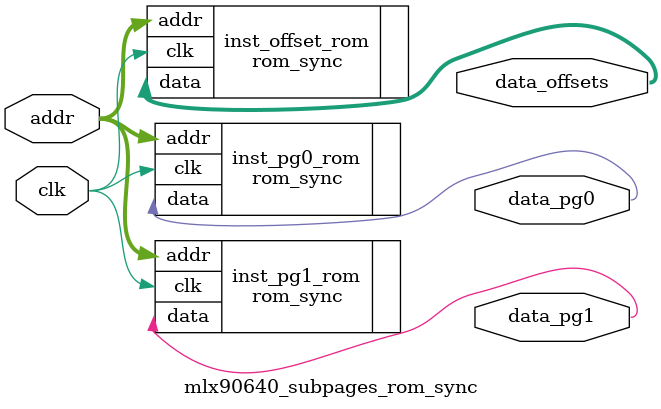
<source format=sv>

`default_nettype none
`timescale 1ns / 1ps

module mlx90640_subpages_rom_sync #(
    parameter WIDTH=1,
    parameter DEPTH=32*24+64,
    `ifndef SIMULATION
    parameter INIT_F_pg0="mlx_subpage0_chess_pattern.mem",
    parameter INIT_F_pg1="mlx_subpage1_chess_pattern.mem",
    parameter INIT_F_offset="mlx90640_pixel_offsets.hex",
    `else
    parameter INIT_F_pg0="../memory/mlx_subpage0_chess_pattern.mem",
    parameter INIT_F_pg1="../memory/mlx_subpage1_chess_pattern.mem",
    parameter INIT_F_offset="../memory/mlx90640_pixel_offsets.hex",
    `endif
    localparam ADDRW=$clog2(DEPTH)
    ) (
    input wire logic clk,
    input wire logic [ADDRW-1:0] addr,
    output     logic [WIDTH-1:0] data_pg0,
    output     logic [WIDTH-1:0] data_pg1,
    output     logic [15:0] data_offsets
    );

    rom_sync #(
        .WIDTH(WIDTH),
        .DEPTH(DEPTH),
        .INIT_F(INIT_F_pg0)
    ) inst_pg0_rom (
        .clk,
        .addr,
        .data(data_pg0)
    );

    rom_sync #(
        .WIDTH(WIDTH),
        .DEPTH(DEPTH),
        .INIT_F(INIT_F_pg1)
    ) inst_pg1_rom (
        .clk,
        .addr,
        .data(data_pg1)
    );

    rom_sync #(
        .WIDTH(16),
        .DEPTH(DEPTH),
        .INIT_F(INIT_F_offset)
    ) inst_offset_rom (
        .clk,
        .addr,
        .data(data_offsets)
    );
endmodule

</source>
